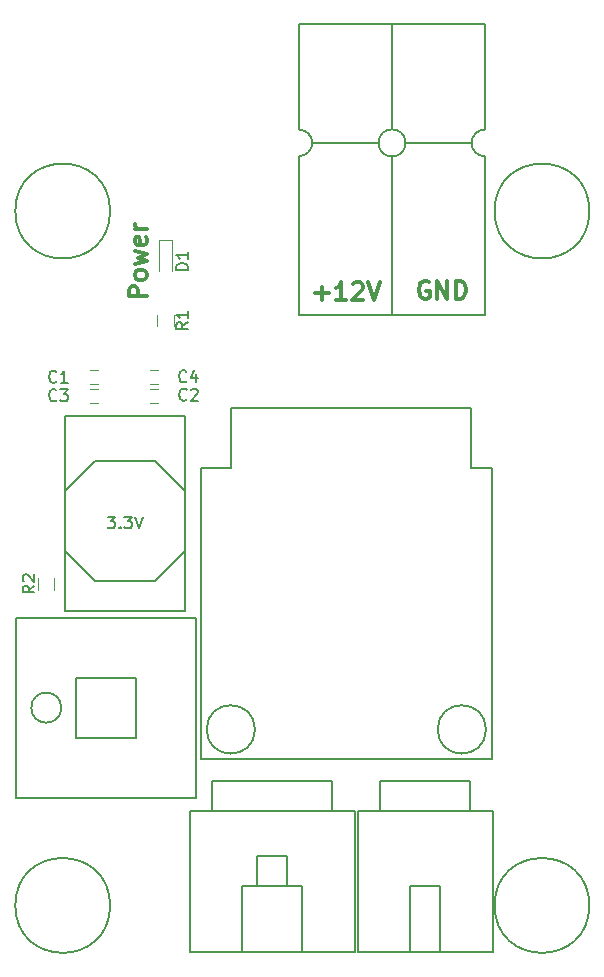
<source format=gbr>
G04 #@! TF.FileFunction,Legend,Top*
%FSLAX46Y46*%
G04 Gerber Fmt 4.6, Leading zero omitted, Abs format (unit mm)*
G04 Created by KiCad (PCBNEW 4.0.7) date 04/29/18 15:58:17*
%MOMM*%
%LPD*%
G01*
G04 APERTURE LIST*
%ADD10C,0.100000*%
%ADD11C,0.300000*%
%ADD12C,0.150000*%
%ADD13C,0.120000*%
G04 APERTURE END LIST*
D10*
D11*
X230568643Y-89229500D02*
X230425786Y-89158071D01*
X230211500Y-89158071D01*
X229997215Y-89229500D01*
X229854357Y-89372357D01*
X229782929Y-89515214D01*
X229711500Y-89800929D01*
X229711500Y-90015214D01*
X229782929Y-90300929D01*
X229854357Y-90443786D01*
X229997215Y-90586643D01*
X230211500Y-90658071D01*
X230354357Y-90658071D01*
X230568643Y-90586643D01*
X230640072Y-90515214D01*
X230640072Y-90015214D01*
X230354357Y-90015214D01*
X231282929Y-90658071D02*
X231282929Y-89158071D01*
X232140072Y-90658071D01*
X232140072Y-89158071D01*
X232854358Y-90658071D02*
X232854358Y-89158071D01*
X233211501Y-89158071D01*
X233425786Y-89229500D01*
X233568644Y-89372357D01*
X233640072Y-89515214D01*
X233711501Y-89800929D01*
X233711501Y-90015214D01*
X233640072Y-90300929D01*
X233568644Y-90443786D01*
X233425786Y-90586643D01*
X233211501Y-90658071D01*
X232854358Y-90658071D01*
X220940644Y-90213643D02*
X222083501Y-90213643D01*
X221512072Y-90785071D02*
X221512072Y-89642214D01*
X223583501Y-90785071D02*
X222726358Y-90785071D01*
X223154930Y-90785071D02*
X223154930Y-89285071D01*
X223012073Y-89499357D01*
X222869215Y-89642214D01*
X222726358Y-89713643D01*
X224154929Y-89427929D02*
X224226358Y-89356500D01*
X224369215Y-89285071D01*
X224726358Y-89285071D01*
X224869215Y-89356500D01*
X224940644Y-89427929D01*
X225012072Y-89570786D01*
X225012072Y-89713643D01*
X224940644Y-89927929D01*
X224083501Y-90785071D01*
X225012072Y-90785071D01*
X225440643Y-89285071D02*
X225940643Y-90785071D01*
X226440643Y-89285071D01*
X206672571Y-90467285D02*
X205172571Y-90467285D01*
X205172571Y-89895857D01*
X205244000Y-89752999D01*
X205315429Y-89681571D01*
X205458286Y-89610142D01*
X205672571Y-89610142D01*
X205815429Y-89681571D01*
X205886857Y-89752999D01*
X205958286Y-89895857D01*
X205958286Y-90467285D01*
X206672571Y-88752999D02*
X206601143Y-88895857D01*
X206529714Y-88967285D01*
X206386857Y-89038714D01*
X205958286Y-89038714D01*
X205815429Y-88967285D01*
X205744000Y-88895857D01*
X205672571Y-88752999D01*
X205672571Y-88538714D01*
X205744000Y-88395857D01*
X205815429Y-88324428D01*
X205958286Y-88252999D01*
X206386857Y-88252999D01*
X206529714Y-88324428D01*
X206601143Y-88395857D01*
X206672571Y-88538714D01*
X206672571Y-88752999D01*
X205672571Y-87752999D02*
X206672571Y-87467285D01*
X205958286Y-87181571D01*
X206672571Y-86895856D01*
X205672571Y-86610142D01*
X206601143Y-85467285D02*
X206672571Y-85610142D01*
X206672571Y-85895856D01*
X206601143Y-86038713D01*
X206458286Y-86110142D01*
X205886857Y-86110142D01*
X205744000Y-86038713D01*
X205672571Y-85895856D01*
X205672571Y-85610142D01*
X205744000Y-85467285D01*
X205886857Y-85395856D01*
X206029714Y-85395856D01*
X206172571Y-86110142D01*
X206672571Y-84752999D02*
X205672571Y-84752999D01*
X205958286Y-84752999D02*
X205815429Y-84681571D01*
X205744000Y-84610142D01*
X205672571Y-84467285D01*
X205672571Y-84324428D01*
D12*
X244165120Y-83240880D02*
G75*
G03X244165120Y-83240880I-4013200J0D01*
G01*
X199453500Y-125285500D02*
G75*
G03X199453500Y-125285500I-1270000J0D01*
G01*
X205803500Y-127825500D02*
X205803500Y-122745500D01*
X205803500Y-122745500D02*
X200723500Y-122745500D01*
X200723500Y-122745500D02*
X200723500Y-127825500D01*
X200723500Y-127825500D02*
X205803500Y-127825500D01*
X195643500Y-118935500D02*
X195643500Y-117665500D01*
X195643500Y-117665500D02*
X210883500Y-117665500D01*
X210883500Y-117665500D02*
X210883500Y-118935500D01*
X195643500Y-132905500D02*
X195643500Y-118935500D01*
X195643500Y-117665500D02*
X210883500Y-117665500D01*
X210883500Y-118935500D02*
X210883500Y-132905500D01*
X210883500Y-132905500D02*
X195643500Y-132905500D01*
X207391000Y-104394000D02*
X209931000Y-106934000D01*
X209931000Y-106934000D02*
X209931000Y-112014000D01*
X209931000Y-112014000D02*
X207391000Y-114554000D01*
X207391000Y-114554000D02*
X202311000Y-114554000D01*
X202311000Y-114554000D02*
X199771000Y-112014000D01*
X199771000Y-112014000D02*
X199771000Y-106934000D01*
X199771000Y-106934000D02*
X202311000Y-104394000D01*
X202311000Y-104394000D02*
X207391000Y-104394000D01*
X199771000Y-117094000D02*
X209931000Y-117094000D01*
X199771000Y-100584000D02*
X209931000Y-100584000D01*
X209931000Y-100584000D02*
X209931000Y-117094000D01*
X199771000Y-117094000D02*
X199771000Y-100584000D01*
D13*
X201897500Y-96682000D02*
X202597500Y-96682000D01*
X202597500Y-97882000D02*
X201897500Y-97882000D01*
X206977500Y-98269500D02*
X207677500Y-98269500D01*
X207677500Y-99469500D02*
X206977500Y-99469500D01*
X201897500Y-98269500D02*
X202597500Y-98269500D01*
X202597500Y-99469500D02*
X201897500Y-99469500D01*
X206977500Y-96682000D02*
X207677500Y-96682000D01*
X207677500Y-97882000D02*
X206977500Y-97882000D01*
D12*
X219584000Y-78587600D02*
G75*
G03X220701600Y-77470000I0J1117600D01*
G01*
X220701600Y-77470000D02*
G75*
G03X219584000Y-76352400I-1117600J0D01*
G01*
X235332000Y-67411600D02*
X219584000Y-67411600D01*
X235332000Y-92049600D02*
X219584000Y-92049600D01*
X235332000Y-76327000D02*
X235332000Y-75107800D01*
X234189000Y-77470000D02*
G75*
G03X235332000Y-78613000I1143000J0D01*
G01*
X235332000Y-76327000D02*
G75*
G03X234189000Y-77470000I0J-1143000D01*
G01*
X219584000Y-79781400D02*
X219584000Y-78587600D01*
X221895400Y-77470000D02*
X220727000Y-77470000D01*
X219584000Y-75158600D02*
X219584000Y-76327000D01*
X235332000Y-79730600D02*
X235332000Y-78638400D01*
X234189000Y-77470000D02*
X233020600Y-77470000D01*
X225172000Y-77470000D02*
X226315000Y-77470000D01*
X227483400Y-67437000D02*
X227483400Y-76327000D01*
X229744000Y-77470000D02*
X228601000Y-77470000D01*
X227458000Y-79756000D02*
X227458000Y-78613000D01*
X225172000Y-77470000D02*
X221870000Y-77470000D01*
X227458000Y-79756000D02*
X227458000Y-92049600D01*
X229744000Y-77470000D02*
X233020600Y-77470000D01*
X228601000Y-77470000D02*
G75*
G03X228601000Y-77470000I-1143000J0D01*
G01*
X219584000Y-79756000D02*
X219584000Y-92049600D01*
X219584000Y-75184000D02*
X219584000Y-67437000D01*
X235332000Y-67437000D02*
X235332000Y-75184000D01*
X235332000Y-79756000D02*
X235332000Y-92049600D01*
X224282000Y-145986500D02*
X210312000Y-145986500D01*
X219837000Y-140398500D02*
X214757000Y-140398500D01*
X216027000Y-140398500D02*
X216027000Y-137858500D01*
X216027000Y-137858500D02*
X218567000Y-137858500D01*
X214757000Y-145986500D02*
X214757000Y-140398500D01*
X210312000Y-134048500D02*
X210312000Y-145986500D01*
X212217000Y-131508500D02*
X222377000Y-131508500D01*
X219837000Y-145986500D02*
X219837000Y-145478500D01*
X224282000Y-134048500D02*
X224282000Y-145986500D01*
X222377000Y-134048500D02*
X224282000Y-134048500D01*
X219837000Y-141668500D02*
X219837000Y-140398500D01*
X219837000Y-141668500D02*
X219837000Y-145478500D01*
X218567000Y-140398500D02*
X218567000Y-137858500D01*
X222377000Y-134048500D02*
X210312000Y-134048500D01*
X212217000Y-134048500D02*
X212217000Y-131508500D01*
X222377000Y-131508500D02*
X222377000Y-134048500D01*
X228981000Y-140398500D02*
X231521000Y-140398500D01*
X224536000Y-145986500D02*
X235966000Y-145986500D01*
X224536000Y-134048500D02*
X234061000Y-134048500D01*
X226441000Y-131508500D02*
X234061000Y-131508500D01*
X228981000Y-145986500D02*
X228981000Y-140398500D01*
X224536000Y-134048500D02*
X224536000Y-145986500D01*
X231521000Y-145986500D02*
X231521000Y-145478500D01*
X235966000Y-134048500D02*
X235966000Y-145986500D01*
X234061000Y-134048500D02*
X235966000Y-134048500D01*
X231521000Y-141668500D02*
X231521000Y-140398500D01*
X231521000Y-141668500D02*
X231521000Y-145478500D01*
X226441000Y-134048500D02*
X226441000Y-131508500D01*
X234061000Y-131508500D02*
X234061000Y-134048500D01*
D13*
X208830000Y-85682500D02*
X207730000Y-85682500D01*
X207730000Y-85682500D02*
X207730000Y-88282500D01*
X208830000Y-85682500D02*
X208830000Y-88282500D01*
X207600000Y-92999000D02*
X207600000Y-91999000D01*
X208960000Y-91999000D02*
X208960000Y-92999000D01*
X198863500Y-114287500D02*
X198863500Y-115287500D01*
X197503500Y-115287500D02*
X197503500Y-114287500D01*
D12*
X235410313Y-127127000D02*
G75*
G03X235410313Y-127127000I-2047813J0D01*
G01*
X215852313Y-127127000D02*
G75*
G03X215852313Y-127127000I-2047813J0D01*
G01*
X234124500Y-105029000D02*
X235902500Y-105029000D01*
X211264500Y-105029000D02*
X213804500Y-105029000D01*
X213804500Y-99949000D02*
X234124500Y-99949000D01*
X213804500Y-105029000D02*
X213804500Y-99949000D01*
X234124500Y-99949000D02*
X234124500Y-105029000D01*
X235902500Y-105029000D02*
X235902500Y-129667000D01*
X235902500Y-129667000D02*
X211264500Y-129667000D01*
X211264500Y-129667000D02*
X211264500Y-105029000D01*
X244165120Y-142031720D02*
G75*
G03X244165120Y-142031720I-4013200J0D01*
G01*
X203586080Y-142031720D02*
G75*
G03X203586080Y-142031720I-4013200J0D01*
G01*
X203586080Y-83240880D02*
G75*
G03X203586080Y-83240880I-4013200J0D01*
G01*
X203374810Y-109116881D02*
X203993858Y-109116881D01*
X203660524Y-109497833D01*
X203803382Y-109497833D01*
X203898620Y-109545452D01*
X203946239Y-109593071D01*
X203993858Y-109688310D01*
X203993858Y-109926405D01*
X203946239Y-110021643D01*
X203898620Y-110069262D01*
X203803382Y-110116881D01*
X203517667Y-110116881D01*
X203422429Y-110069262D01*
X203374810Y-110021643D01*
X204422429Y-110021643D02*
X204470048Y-110069262D01*
X204422429Y-110116881D01*
X204374810Y-110069262D01*
X204422429Y-110021643D01*
X204422429Y-110116881D01*
X204803381Y-109116881D02*
X205422429Y-109116881D01*
X205089095Y-109497833D01*
X205231953Y-109497833D01*
X205327191Y-109545452D01*
X205374810Y-109593071D01*
X205422429Y-109688310D01*
X205422429Y-109926405D01*
X205374810Y-110021643D01*
X205327191Y-110069262D01*
X205231953Y-110116881D01*
X204946238Y-110116881D01*
X204851000Y-110069262D01*
X204803381Y-110021643D01*
X205708143Y-109116881D02*
X206041476Y-110116881D01*
X206374810Y-109116881D01*
X199045534Y-97664543D02*
X198997915Y-97712162D01*
X198855058Y-97759781D01*
X198759820Y-97759781D01*
X198616962Y-97712162D01*
X198521724Y-97616924D01*
X198474105Y-97521686D01*
X198426486Y-97331210D01*
X198426486Y-97188352D01*
X198474105Y-96997876D01*
X198521724Y-96902638D01*
X198616962Y-96807400D01*
X198759820Y-96759781D01*
X198855058Y-96759781D01*
X198997915Y-96807400D01*
X199045534Y-96855019D01*
X199997915Y-97759781D02*
X199426486Y-97759781D01*
X199712200Y-97759781D02*
X199712200Y-96759781D01*
X199616962Y-96902638D01*
X199521724Y-96997876D01*
X199426486Y-97045495D01*
X210069134Y-99188543D02*
X210021515Y-99236162D01*
X209878658Y-99283781D01*
X209783420Y-99283781D01*
X209640562Y-99236162D01*
X209545324Y-99140924D01*
X209497705Y-99045686D01*
X209450086Y-98855210D01*
X209450086Y-98712352D01*
X209497705Y-98521876D01*
X209545324Y-98426638D01*
X209640562Y-98331400D01*
X209783420Y-98283781D01*
X209878658Y-98283781D01*
X210021515Y-98331400D01*
X210069134Y-98379019D01*
X210450086Y-98379019D02*
X210497705Y-98331400D01*
X210592943Y-98283781D01*
X210831039Y-98283781D01*
X210926277Y-98331400D01*
X210973896Y-98379019D01*
X211021515Y-98474257D01*
X211021515Y-98569495D01*
X210973896Y-98712352D01*
X210402467Y-99283781D01*
X211021515Y-99283781D01*
X199045534Y-99239343D02*
X198997915Y-99286962D01*
X198855058Y-99334581D01*
X198759820Y-99334581D01*
X198616962Y-99286962D01*
X198521724Y-99191724D01*
X198474105Y-99096486D01*
X198426486Y-98906010D01*
X198426486Y-98763152D01*
X198474105Y-98572676D01*
X198521724Y-98477438D01*
X198616962Y-98382200D01*
X198759820Y-98334581D01*
X198855058Y-98334581D01*
X198997915Y-98382200D01*
X199045534Y-98429819D01*
X199378867Y-98334581D02*
X199997915Y-98334581D01*
X199664581Y-98715533D01*
X199807439Y-98715533D01*
X199902677Y-98763152D01*
X199950296Y-98810771D01*
X199997915Y-98906010D01*
X199997915Y-99144105D01*
X199950296Y-99239343D01*
X199902677Y-99286962D01*
X199807439Y-99334581D01*
X199521724Y-99334581D01*
X199426486Y-99286962D01*
X199378867Y-99239343D01*
X210043734Y-97639143D02*
X209996115Y-97686762D01*
X209853258Y-97734381D01*
X209758020Y-97734381D01*
X209615162Y-97686762D01*
X209519924Y-97591524D01*
X209472305Y-97496286D01*
X209424686Y-97305810D01*
X209424686Y-97162952D01*
X209472305Y-96972476D01*
X209519924Y-96877238D01*
X209615162Y-96782000D01*
X209758020Y-96734381D01*
X209853258Y-96734381D01*
X209996115Y-96782000D01*
X210043734Y-96829619D01*
X210900877Y-97067714D02*
X210900877Y-97734381D01*
X210662781Y-96686762D02*
X210424686Y-97401048D01*
X211043734Y-97401048D01*
X210182381Y-88220595D02*
X209182381Y-88220595D01*
X209182381Y-87982500D01*
X209230000Y-87839642D01*
X209325238Y-87744404D01*
X209420476Y-87696785D01*
X209610952Y-87649166D01*
X209753810Y-87649166D01*
X209944286Y-87696785D01*
X210039524Y-87744404D01*
X210134762Y-87839642D01*
X210182381Y-87982500D01*
X210182381Y-88220595D01*
X210182381Y-86696785D02*
X210182381Y-87268214D01*
X210182381Y-86982500D02*
X209182381Y-86982500D01*
X209325238Y-87077738D01*
X209420476Y-87172976D01*
X209468095Y-87268214D01*
X210182381Y-92665666D02*
X209706190Y-92999000D01*
X210182381Y-93237095D02*
X209182381Y-93237095D01*
X209182381Y-92856142D01*
X209230000Y-92760904D01*
X209277619Y-92713285D01*
X209372857Y-92665666D01*
X209515714Y-92665666D01*
X209610952Y-92713285D01*
X209658571Y-92760904D01*
X209706190Y-92856142D01*
X209706190Y-93237095D01*
X210182381Y-91713285D02*
X210182381Y-92284714D01*
X210182381Y-91999000D02*
X209182381Y-91999000D01*
X209325238Y-92094238D01*
X209420476Y-92189476D01*
X209468095Y-92284714D01*
X197185881Y-114954166D02*
X196709690Y-115287500D01*
X197185881Y-115525595D02*
X196185881Y-115525595D01*
X196185881Y-115144642D01*
X196233500Y-115049404D01*
X196281119Y-115001785D01*
X196376357Y-114954166D01*
X196519214Y-114954166D01*
X196614452Y-115001785D01*
X196662071Y-115049404D01*
X196709690Y-115144642D01*
X196709690Y-115525595D01*
X196281119Y-114573214D02*
X196233500Y-114525595D01*
X196185881Y-114430357D01*
X196185881Y-114192261D01*
X196233500Y-114097023D01*
X196281119Y-114049404D01*
X196376357Y-114001785D01*
X196471595Y-114001785D01*
X196614452Y-114049404D01*
X197185881Y-114620833D01*
X197185881Y-114001785D01*
M02*

</source>
